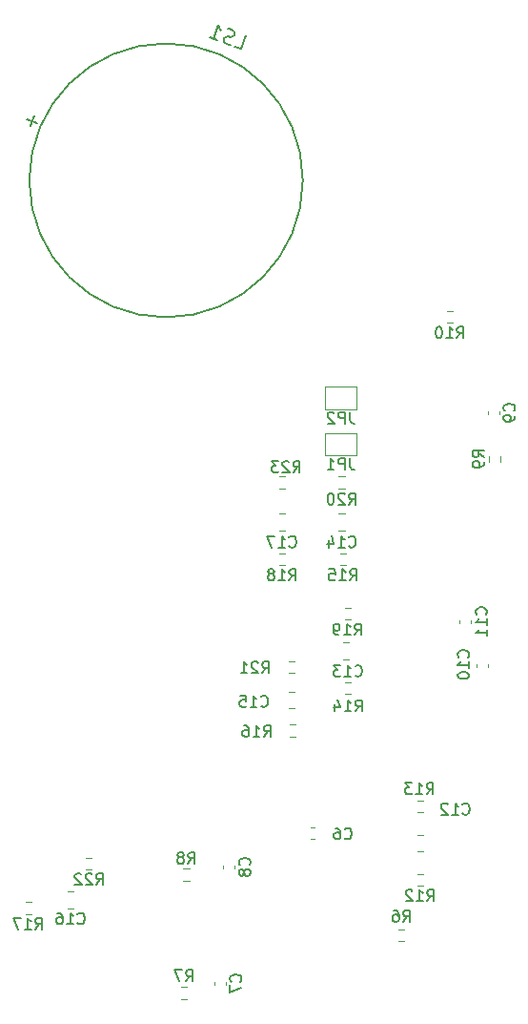
<source format=gbr>
%TF.GenerationSoftware,KiCad,Pcbnew,7.0.1*%
%TF.CreationDate,2023-05-22T07:14:15+09:00*%
%TF.ProjectId,THRControlModuleBoard,54485243-6f6e-4747-926f-6c4d6f64756c,rev?*%
%TF.SameCoordinates,Original*%
%TF.FileFunction,Legend,Bot*%
%TF.FilePolarity,Positive*%
%FSLAX46Y46*%
G04 Gerber Fmt 4.6, Leading zero omitted, Abs format (unit mm)*
G04 Created by KiCad (PCBNEW 7.0.1) date 2023-05-22 07:14:15*
%MOMM*%
%LPD*%
G01*
G04 APERTURE LIST*
%ADD10C,0.150000*%
%ADD11C,0.120000*%
%ADD12C,0.127000*%
G04 APERTURE END LIST*
D10*
%TO.C,C15*%
X141892857Y-105467380D02*
X141940476Y-105515000D01*
X141940476Y-105515000D02*
X142083333Y-105562619D01*
X142083333Y-105562619D02*
X142178571Y-105562619D01*
X142178571Y-105562619D02*
X142321428Y-105515000D01*
X142321428Y-105515000D02*
X142416666Y-105419761D01*
X142416666Y-105419761D02*
X142464285Y-105324523D01*
X142464285Y-105324523D02*
X142511904Y-105134047D01*
X142511904Y-105134047D02*
X142511904Y-104991190D01*
X142511904Y-104991190D02*
X142464285Y-104800714D01*
X142464285Y-104800714D02*
X142416666Y-104705476D01*
X142416666Y-104705476D02*
X142321428Y-104610238D01*
X142321428Y-104610238D02*
X142178571Y-104562619D01*
X142178571Y-104562619D02*
X142083333Y-104562619D01*
X142083333Y-104562619D02*
X141940476Y-104610238D01*
X141940476Y-104610238D02*
X141892857Y-104657857D01*
X140940476Y-105562619D02*
X141511904Y-105562619D01*
X141226190Y-105562619D02*
X141226190Y-104562619D01*
X141226190Y-104562619D02*
X141321428Y-104705476D01*
X141321428Y-104705476D02*
X141416666Y-104800714D01*
X141416666Y-104800714D02*
X141511904Y-104848333D01*
X140035714Y-104562619D02*
X140511904Y-104562619D01*
X140511904Y-104562619D02*
X140559523Y-105038809D01*
X140559523Y-105038809D02*
X140511904Y-104991190D01*
X140511904Y-104991190D02*
X140416666Y-104943571D01*
X140416666Y-104943571D02*
X140178571Y-104943571D01*
X140178571Y-104943571D02*
X140083333Y-104991190D01*
X140083333Y-104991190D02*
X140035714Y-105038809D01*
X140035714Y-105038809D02*
X139988095Y-105134047D01*
X139988095Y-105134047D02*
X139988095Y-105372142D01*
X139988095Y-105372142D02*
X140035714Y-105467380D01*
X140035714Y-105467380D02*
X140083333Y-105515000D01*
X140083333Y-105515000D02*
X140178571Y-105562619D01*
X140178571Y-105562619D02*
X140416666Y-105562619D01*
X140416666Y-105562619D02*
X140511904Y-105515000D01*
X140511904Y-105515000D02*
X140559523Y-105467380D01*
%TO.C,R9*%
X161682619Y-83383333D02*
X161206428Y-83050000D01*
X161682619Y-82811905D02*
X160682619Y-82811905D01*
X160682619Y-82811905D02*
X160682619Y-83192857D01*
X160682619Y-83192857D02*
X160730238Y-83288095D01*
X160730238Y-83288095D02*
X160777857Y-83335714D01*
X160777857Y-83335714D02*
X160873095Y-83383333D01*
X160873095Y-83383333D02*
X161015952Y-83383333D01*
X161015952Y-83383333D02*
X161111190Y-83335714D01*
X161111190Y-83335714D02*
X161158809Y-83288095D01*
X161158809Y-83288095D02*
X161206428Y-83192857D01*
X161206428Y-83192857D02*
X161206428Y-82811905D01*
X161682619Y-83859524D02*
X161682619Y-84050000D01*
X161682619Y-84050000D02*
X161635000Y-84145238D01*
X161635000Y-84145238D02*
X161587380Y-84192857D01*
X161587380Y-84192857D02*
X161444523Y-84288095D01*
X161444523Y-84288095D02*
X161254047Y-84335714D01*
X161254047Y-84335714D02*
X160873095Y-84335714D01*
X160873095Y-84335714D02*
X160777857Y-84288095D01*
X160777857Y-84288095D02*
X160730238Y-84240476D01*
X160730238Y-84240476D02*
X160682619Y-84145238D01*
X160682619Y-84145238D02*
X160682619Y-83954762D01*
X160682619Y-83954762D02*
X160730238Y-83859524D01*
X160730238Y-83859524D02*
X160777857Y-83811905D01*
X160777857Y-83811905D02*
X160873095Y-83764286D01*
X160873095Y-83764286D02*
X161111190Y-83764286D01*
X161111190Y-83764286D02*
X161206428Y-83811905D01*
X161206428Y-83811905D02*
X161254047Y-83859524D01*
X161254047Y-83859524D02*
X161301666Y-83954762D01*
X161301666Y-83954762D02*
X161301666Y-84145238D01*
X161301666Y-84145238D02*
X161254047Y-84240476D01*
X161254047Y-84240476D02*
X161206428Y-84288095D01*
X161206428Y-84288095D02*
X161111190Y-84335714D01*
%TO.C,JP1*%
X149783333Y-83512619D02*
X149783333Y-84226904D01*
X149783333Y-84226904D02*
X149830952Y-84369761D01*
X149830952Y-84369761D02*
X149926190Y-84465000D01*
X149926190Y-84465000D02*
X150069047Y-84512619D01*
X150069047Y-84512619D02*
X150164285Y-84512619D01*
X149307142Y-84512619D02*
X149307142Y-83512619D01*
X149307142Y-83512619D02*
X148926190Y-83512619D01*
X148926190Y-83512619D02*
X148830952Y-83560238D01*
X148830952Y-83560238D02*
X148783333Y-83607857D01*
X148783333Y-83607857D02*
X148735714Y-83703095D01*
X148735714Y-83703095D02*
X148735714Y-83845952D01*
X148735714Y-83845952D02*
X148783333Y-83941190D01*
X148783333Y-83941190D02*
X148830952Y-83988809D01*
X148830952Y-83988809D02*
X148926190Y-84036428D01*
X148926190Y-84036428D02*
X149307142Y-84036428D01*
X147783333Y-84512619D02*
X148354761Y-84512619D01*
X148069047Y-84512619D02*
X148069047Y-83512619D01*
X148069047Y-83512619D02*
X148164285Y-83655476D01*
X148164285Y-83655476D02*
X148259523Y-83750714D01*
X148259523Y-83750714D02*
X148354761Y-83798333D01*
%TO.C,C10*%
X160267380Y-101157142D02*
X160315000Y-101109523D01*
X160315000Y-101109523D02*
X160362619Y-100966666D01*
X160362619Y-100966666D02*
X160362619Y-100871428D01*
X160362619Y-100871428D02*
X160315000Y-100728571D01*
X160315000Y-100728571D02*
X160219761Y-100633333D01*
X160219761Y-100633333D02*
X160124523Y-100585714D01*
X160124523Y-100585714D02*
X159934047Y-100538095D01*
X159934047Y-100538095D02*
X159791190Y-100538095D01*
X159791190Y-100538095D02*
X159600714Y-100585714D01*
X159600714Y-100585714D02*
X159505476Y-100633333D01*
X159505476Y-100633333D02*
X159410238Y-100728571D01*
X159410238Y-100728571D02*
X159362619Y-100871428D01*
X159362619Y-100871428D02*
X159362619Y-100966666D01*
X159362619Y-100966666D02*
X159410238Y-101109523D01*
X159410238Y-101109523D02*
X159457857Y-101157142D01*
X160362619Y-102109523D02*
X160362619Y-101538095D01*
X160362619Y-101823809D02*
X159362619Y-101823809D01*
X159362619Y-101823809D02*
X159505476Y-101728571D01*
X159505476Y-101728571D02*
X159600714Y-101633333D01*
X159600714Y-101633333D02*
X159648333Y-101538095D01*
X159362619Y-102728571D02*
X159362619Y-102823809D01*
X159362619Y-102823809D02*
X159410238Y-102919047D01*
X159410238Y-102919047D02*
X159457857Y-102966666D01*
X159457857Y-102966666D02*
X159553095Y-103014285D01*
X159553095Y-103014285D02*
X159743571Y-103061904D01*
X159743571Y-103061904D02*
X159981666Y-103061904D01*
X159981666Y-103061904D02*
X160172142Y-103014285D01*
X160172142Y-103014285D02*
X160267380Y-102966666D01*
X160267380Y-102966666D02*
X160315000Y-102919047D01*
X160315000Y-102919047D02*
X160362619Y-102823809D01*
X160362619Y-102823809D02*
X160362619Y-102728571D01*
X160362619Y-102728571D02*
X160315000Y-102633333D01*
X160315000Y-102633333D02*
X160267380Y-102585714D01*
X160267380Y-102585714D02*
X160172142Y-102538095D01*
X160172142Y-102538095D02*
X159981666Y-102490476D01*
X159981666Y-102490476D02*
X159743571Y-102490476D01*
X159743571Y-102490476D02*
X159553095Y-102538095D01*
X159553095Y-102538095D02*
X159457857Y-102585714D01*
X159457857Y-102585714D02*
X159410238Y-102633333D01*
X159410238Y-102633333D02*
X159362619Y-102728571D01*
%TO.C,C13*%
X150242857Y-102767380D02*
X150290476Y-102815000D01*
X150290476Y-102815000D02*
X150433333Y-102862619D01*
X150433333Y-102862619D02*
X150528571Y-102862619D01*
X150528571Y-102862619D02*
X150671428Y-102815000D01*
X150671428Y-102815000D02*
X150766666Y-102719761D01*
X150766666Y-102719761D02*
X150814285Y-102624523D01*
X150814285Y-102624523D02*
X150861904Y-102434047D01*
X150861904Y-102434047D02*
X150861904Y-102291190D01*
X150861904Y-102291190D02*
X150814285Y-102100714D01*
X150814285Y-102100714D02*
X150766666Y-102005476D01*
X150766666Y-102005476D02*
X150671428Y-101910238D01*
X150671428Y-101910238D02*
X150528571Y-101862619D01*
X150528571Y-101862619D02*
X150433333Y-101862619D01*
X150433333Y-101862619D02*
X150290476Y-101910238D01*
X150290476Y-101910238D02*
X150242857Y-101957857D01*
X149290476Y-102862619D02*
X149861904Y-102862619D01*
X149576190Y-102862619D02*
X149576190Y-101862619D01*
X149576190Y-101862619D02*
X149671428Y-102005476D01*
X149671428Y-102005476D02*
X149766666Y-102100714D01*
X149766666Y-102100714D02*
X149861904Y-102148333D01*
X148957142Y-101862619D02*
X148338095Y-101862619D01*
X148338095Y-101862619D02*
X148671428Y-102243571D01*
X148671428Y-102243571D02*
X148528571Y-102243571D01*
X148528571Y-102243571D02*
X148433333Y-102291190D01*
X148433333Y-102291190D02*
X148385714Y-102338809D01*
X148385714Y-102338809D02*
X148338095Y-102434047D01*
X148338095Y-102434047D02*
X148338095Y-102672142D01*
X148338095Y-102672142D02*
X148385714Y-102767380D01*
X148385714Y-102767380D02*
X148433333Y-102815000D01*
X148433333Y-102815000D02*
X148528571Y-102862619D01*
X148528571Y-102862619D02*
X148814285Y-102862619D01*
X148814285Y-102862619D02*
X148909523Y-102815000D01*
X148909523Y-102815000D02*
X148957142Y-102767380D01*
%TO.C,R6*%
X154516666Y-124612619D02*
X154849999Y-124136428D01*
X155088094Y-124612619D02*
X155088094Y-123612619D01*
X155088094Y-123612619D02*
X154707142Y-123612619D01*
X154707142Y-123612619D02*
X154611904Y-123660238D01*
X154611904Y-123660238D02*
X154564285Y-123707857D01*
X154564285Y-123707857D02*
X154516666Y-123803095D01*
X154516666Y-123803095D02*
X154516666Y-123945952D01*
X154516666Y-123945952D02*
X154564285Y-124041190D01*
X154564285Y-124041190D02*
X154611904Y-124088809D01*
X154611904Y-124088809D02*
X154707142Y-124136428D01*
X154707142Y-124136428D02*
X155088094Y-124136428D01*
X153659523Y-123612619D02*
X153849999Y-123612619D01*
X153849999Y-123612619D02*
X153945237Y-123660238D01*
X153945237Y-123660238D02*
X153992856Y-123707857D01*
X153992856Y-123707857D02*
X154088094Y-123850714D01*
X154088094Y-123850714D02*
X154135713Y-124041190D01*
X154135713Y-124041190D02*
X154135713Y-124422142D01*
X154135713Y-124422142D02*
X154088094Y-124517380D01*
X154088094Y-124517380D02*
X154040475Y-124565000D01*
X154040475Y-124565000D02*
X153945237Y-124612619D01*
X153945237Y-124612619D02*
X153754761Y-124612619D01*
X153754761Y-124612619D02*
X153659523Y-124565000D01*
X153659523Y-124565000D02*
X153611904Y-124517380D01*
X153611904Y-124517380D02*
X153564285Y-124422142D01*
X153564285Y-124422142D02*
X153564285Y-124184047D01*
X153564285Y-124184047D02*
X153611904Y-124088809D01*
X153611904Y-124088809D02*
X153659523Y-124041190D01*
X153659523Y-124041190D02*
X153754761Y-123993571D01*
X153754761Y-123993571D02*
X153945237Y-123993571D01*
X153945237Y-123993571D02*
X154040475Y-124041190D01*
X154040475Y-124041190D02*
X154088094Y-124088809D01*
X154088094Y-124088809D02*
X154135713Y-124184047D01*
%TO.C,R18*%
X144392857Y-94342619D02*
X144726190Y-93866428D01*
X144964285Y-94342619D02*
X144964285Y-93342619D01*
X144964285Y-93342619D02*
X144583333Y-93342619D01*
X144583333Y-93342619D02*
X144488095Y-93390238D01*
X144488095Y-93390238D02*
X144440476Y-93437857D01*
X144440476Y-93437857D02*
X144392857Y-93533095D01*
X144392857Y-93533095D02*
X144392857Y-93675952D01*
X144392857Y-93675952D02*
X144440476Y-93771190D01*
X144440476Y-93771190D02*
X144488095Y-93818809D01*
X144488095Y-93818809D02*
X144583333Y-93866428D01*
X144583333Y-93866428D02*
X144964285Y-93866428D01*
X143440476Y-94342619D02*
X144011904Y-94342619D01*
X143726190Y-94342619D02*
X143726190Y-93342619D01*
X143726190Y-93342619D02*
X143821428Y-93485476D01*
X143821428Y-93485476D02*
X143916666Y-93580714D01*
X143916666Y-93580714D02*
X144011904Y-93628333D01*
X142869047Y-93771190D02*
X142964285Y-93723571D01*
X142964285Y-93723571D02*
X143011904Y-93675952D01*
X143011904Y-93675952D02*
X143059523Y-93580714D01*
X143059523Y-93580714D02*
X143059523Y-93533095D01*
X143059523Y-93533095D02*
X143011904Y-93437857D01*
X143011904Y-93437857D02*
X142964285Y-93390238D01*
X142964285Y-93390238D02*
X142869047Y-93342619D01*
X142869047Y-93342619D02*
X142678571Y-93342619D01*
X142678571Y-93342619D02*
X142583333Y-93390238D01*
X142583333Y-93390238D02*
X142535714Y-93437857D01*
X142535714Y-93437857D02*
X142488095Y-93533095D01*
X142488095Y-93533095D02*
X142488095Y-93580714D01*
X142488095Y-93580714D02*
X142535714Y-93675952D01*
X142535714Y-93675952D02*
X142583333Y-93723571D01*
X142583333Y-93723571D02*
X142678571Y-93771190D01*
X142678571Y-93771190D02*
X142869047Y-93771190D01*
X142869047Y-93771190D02*
X142964285Y-93818809D01*
X142964285Y-93818809D02*
X143011904Y-93866428D01*
X143011904Y-93866428D02*
X143059523Y-93961666D01*
X143059523Y-93961666D02*
X143059523Y-94152142D01*
X143059523Y-94152142D02*
X143011904Y-94247380D01*
X143011904Y-94247380D02*
X142964285Y-94295000D01*
X142964285Y-94295000D02*
X142869047Y-94342619D01*
X142869047Y-94342619D02*
X142678571Y-94342619D01*
X142678571Y-94342619D02*
X142583333Y-94295000D01*
X142583333Y-94295000D02*
X142535714Y-94247380D01*
X142535714Y-94247380D02*
X142488095Y-94152142D01*
X142488095Y-94152142D02*
X142488095Y-93961666D01*
X142488095Y-93961666D02*
X142535714Y-93866428D01*
X142535714Y-93866428D02*
X142583333Y-93818809D01*
X142583333Y-93818809D02*
X142678571Y-93771190D01*
%TO.C,R20*%
X149692857Y-87612619D02*
X150026190Y-87136428D01*
X150264285Y-87612619D02*
X150264285Y-86612619D01*
X150264285Y-86612619D02*
X149883333Y-86612619D01*
X149883333Y-86612619D02*
X149788095Y-86660238D01*
X149788095Y-86660238D02*
X149740476Y-86707857D01*
X149740476Y-86707857D02*
X149692857Y-86803095D01*
X149692857Y-86803095D02*
X149692857Y-86945952D01*
X149692857Y-86945952D02*
X149740476Y-87041190D01*
X149740476Y-87041190D02*
X149788095Y-87088809D01*
X149788095Y-87088809D02*
X149883333Y-87136428D01*
X149883333Y-87136428D02*
X150264285Y-87136428D01*
X149311904Y-86707857D02*
X149264285Y-86660238D01*
X149264285Y-86660238D02*
X149169047Y-86612619D01*
X149169047Y-86612619D02*
X148930952Y-86612619D01*
X148930952Y-86612619D02*
X148835714Y-86660238D01*
X148835714Y-86660238D02*
X148788095Y-86707857D01*
X148788095Y-86707857D02*
X148740476Y-86803095D01*
X148740476Y-86803095D02*
X148740476Y-86898333D01*
X148740476Y-86898333D02*
X148788095Y-87041190D01*
X148788095Y-87041190D02*
X149359523Y-87612619D01*
X149359523Y-87612619D02*
X148740476Y-87612619D01*
X148121428Y-86612619D02*
X148026190Y-86612619D01*
X148026190Y-86612619D02*
X147930952Y-86660238D01*
X147930952Y-86660238D02*
X147883333Y-86707857D01*
X147883333Y-86707857D02*
X147835714Y-86803095D01*
X147835714Y-86803095D02*
X147788095Y-86993571D01*
X147788095Y-86993571D02*
X147788095Y-87231666D01*
X147788095Y-87231666D02*
X147835714Y-87422142D01*
X147835714Y-87422142D02*
X147883333Y-87517380D01*
X147883333Y-87517380D02*
X147930952Y-87565000D01*
X147930952Y-87565000D02*
X148026190Y-87612619D01*
X148026190Y-87612619D02*
X148121428Y-87612619D01*
X148121428Y-87612619D02*
X148216666Y-87565000D01*
X148216666Y-87565000D02*
X148264285Y-87517380D01*
X148264285Y-87517380D02*
X148311904Y-87422142D01*
X148311904Y-87422142D02*
X148359523Y-87231666D01*
X148359523Y-87231666D02*
X148359523Y-86993571D01*
X148359523Y-86993571D02*
X148311904Y-86803095D01*
X148311904Y-86803095D02*
X148264285Y-86707857D01*
X148264285Y-86707857D02*
X148216666Y-86660238D01*
X148216666Y-86660238D02*
X148121428Y-86612619D01*
%TO.C,R16*%
X142142857Y-108212619D02*
X142476190Y-107736428D01*
X142714285Y-108212619D02*
X142714285Y-107212619D01*
X142714285Y-107212619D02*
X142333333Y-107212619D01*
X142333333Y-107212619D02*
X142238095Y-107260238D01*
X142238095Y-107260238D02*
X142190476Y-107307857D01*
X142190476Y-107307857D02*
X142142857Y-107403095D01*
X142142857Y-107403095D02*
X142142857Y-107545952D01*
X142142857Y-107545952D02*
X142190476Y-107641190D01*
X142190476Y-107641190D02*
X142238095Y-107688809D01*
X142238095Y-107688809D02*
X142333333Y-107736428D01*
X142333333Y-107736428D02*
X142714285Y-107736428D01*
X141190476Y-108212619D02*
X141761904Y-108212619D01*
X141476190Y-108212619D02*
X141476190Y-107212619D01*
X141476190Y-107212619D02*
X141571428Y-107355476D01*
X141571428Y-107355476D02*
X141666666Y-107450714D01*
X141666666Y-107450714D02*
X141761904Y-107498333D01*
X140333333Y-107212619D02*
X140523809Y-107212619D01*
X140523809Y-107212619D02*
X140619047Y-107260238D01*
X140619047Y-107260238D02*
X140666666Y-107307857D01*
X140666666Y-107307857D02*
X140761904Y-107450714D01*
X140761904Y-107450714D02*
X140809523Y-107641190D01*
X140809523Y-107641190D02*
X140809523Y-108022142D01*
X140809523Y-108022142D02*
X140761904Y-108117380D01*
X140761904Y-108117380D02*
X140714285Y-108165000D01*
X140714285Y-108165000D02*
X140619047Y-108212619D01*
X140619047Y-108212619D02*
X140428571Y-108212619D01*
X140428571Y-108212619D02*
X140333333Y-108165000D01*
X140333333Y-108165000D02*
X140285714Y-108117380D01*
X140285714Y-108117380D02*
X140238095Y-108022142D01*
X140238095Y-108022142D02*
X140238095Y-107784047D01*
X140238095Y-107784047D02*
X140285714Y-107688809D01*
X140285714Y-107688809D02*
X140333333Y-107641190D01*
X140333333Y-107641190D02*
X140428571Y-107593571D01*
X140428571Y-107593571D02*
X140619047Y-107593571D01*
X140619047Y-107593571D02*
X140714285Y-107641190D01*
X140714285Y-107641190D02*
X140761904Y-107688809D01*
X140761904Y-107688809D02*
X140809523Y-107784047D01*
%TO.C,R22*%
X127242857Y-121342619D02*
X127576190Y-120866428D01*
X127814285Y-121342619D02*
X127814285Y-120342619D01*
X127814285Y-120342619D02*
X127433333Y-120342619D01*
X127433333Y-120342619D02*
X127338095Y-120390238D01*
X127338095Y-120390238D02*
X127290476Y-120437857D01*
X127290476Y-120437857D02*
X127242857Y-120533095D01*
X127242857Y-120533095D02*
X127242857Y-120675952D01*
X127242857Y-120675952D02*
X127290476Y-120771190D01*
X127290476Y-120771190D02*
X127338095Y-120818809D01*
X127338095Y-120818809D02*
X127433333Y-120866428D01*
X127433333Y-120866428D02*
X127814285Y-120866428D01*
X126861904Y-120437857D02*
X126814285Y-120390238D01*
X126814285Y-120390238D02*
X126719047Y-120342619D01*
X126719047Y-120342619D02*
X126480952Y-120342619D01*
X126480952Y-120342619D02*
X126385714Y-120390238D01*
X126385714Y-120390238D02*
X126338095Y-120437857D01*
X126338095Y-120437857D02*
X126290476Y-120533095D01*
X126290476Y-120533095D02*
X126290476Y-120628333D01*
X126290476Y-120628333D02*
X126338095Y-120771190D01*
X126338095Y-120771190D02*
X126909523Y-121342619D01*
X126909523Y-121342619D02*
X126290476Y-121342619D01*
X125909523Y-120437857D02*
X125861904Y-120390238D01*
X125861904Y-120390238D02*
X125766666Y-120342619D01*
X125766666Y-120342619D02*
X125528571Y-120342619D01*
X125528571Y-120342619D02*
X125433333Y-120390238D01*
X125433333Y-120390238D02*
X125385714Y-120437857D01*
X125385714Y-120437857D02*
X125338095Y-120533095D01*
X125338095Y-120533095D02*
X125338095Y-120628333D01*
X125338095Y-120628333D02*
X125385714Y-120771190D01*
X125385714Y-120771190D02*
X125957142Y-121342619D01*
X125957142Y-121342619D02*
X125338095Y-121342619D01*
%TO.C,R12*%
X156642857Y-122792619D02*
X156976190Y-122316428D01*
X157214285Y-122792619D02*
X157214285Y-121792619D01*
X157214285Y-121792619D02*
X156833333Y-121792619D01*
X156833333Y-121792619D02*
X156738095Y-121840238D01*
X156738095Y-121840238D02*
X156690476Y-121887857D01*
X156690476Y-121887857D02*
X156642857Y-121983095D01*
X156642857Y-121983095D02*
X156642857Y-122125952D01*
X156642857Y-122125952D02*
X156690476Y-122221190D01*
X156690476Y-122221190D02*
X156738095Y-122268809D01*
X156738095Y-122268809D02*
X156833333Y-122316428D01*
X156833333Y-122316428D02*
X157214285Y-122316428D01*
X155690476Y-122792619D02*
X156261904Y-122792619D01*
X155976190Y-122792619D02*
X155976190Y-121792619D01*
X155976190Y-121792619D02*
X156071428Y-121935476D01*
X156071428Y-121935476D02*
X156166666Y-122030714D01*
X156166666Y-122030714D02*
X156261904Y-122078333D01*
X155309523Y-121887857D02*
X155261904Y-121840238D01*
X155261904Y-121840238D02*
X155166666Y-121792619D01*
X155166666Y-121792619D02*
X154928571Y-121792619D01*
X154928571Y-121792619D02*
X154833333Y-121840238D01*
X154833333Y-121840238D02*
X154785714Y-121887857D01*
X154785714Y-121887857D02*
X154738095Y-121983095D01*
X154738095Y-121983095D02*
X154738095Y-122078333D01*
X154738095Y-122078333D02*
X154785714Y-122221190D01*
X154785714Y-122221190D02*
X155357142Y-122792619D01*
X155357142Y-122792619D02*
X154738095Y-122792619D01*
%TO.C,R13*%
X156592857Y-113312619D02*
X156926190Y-112836428D01*
X157164285Y-113312619D02*
X157164285Y-112312619D01*
X157164285Y-112312619D02*
X156783333Y-112312619D01*
X156783333Y-112312619D02*
X156688095Y-112360238D01*
X156688095Y-112360238D02*
X156640476Y-112407857D01*
X156640476Y-112407857D02*
X156592857Y-112503095D01*
X156592857Y-112503095D02*
X156592857Y-112645952D01*
X156592857Y-112645952D02*
X156640476Y-112741190D01*
X156640476Y-112741190D02*
X156688095Y-112788809D01*
X156688095Y-112788809D02*
X156783333Y-112836428D01*
X156783333Y-112836428D02*
X157164285Y-112836428D01*
X155640476Y-113312619D02*
X156211904Y-113312619D01*
X155926190Y-113312619D02*
X155926190Y-112312619D01*
X155926190Y-112312619D02*
X156021428Y-112455476D01*
X156021428Y-112455476D02*
X156116666Y-112550714D01*
X156116666Y-112550714D02*
X156211904Y-112598333D01*
X155307142Y-112312619D02*
X154688095Y-112312619D01*
X154688095Y-112312619D02*
X155021428Y-112693571D01*
X155021428Y-112693571D02*
X154878571Y-112693571D01*
X154878571Y-112693571D02*
X154783333Y-112741190D01*
X154783333Y-112741190D02*
X154735714Y-112788809D01*
X154735714Y-112788809D02*
X154688095Y-112884047D01*
X154688095Y-112884047D02*
X154688095Y-113122142D01*
X154688095Y-113122142D02*
X154735714Y-113217380D01*
X154735714Y-113217380D02*
X154783333Y-113265000D01*
X154783333Y-113265000D02*
X154878571Y-113312619D01*
X154878571Y-113312619D02*
X155164285Y-113312619D01*
X155164285Y-113312619D02*
X155259523Y-113265000D01*
X155259523Y-113265000D02*
X155307142Y-113217380D01*
%TO.C,C9*%
X164347380Y-79283333D02*
X164395000Y-79235714D01*
X164395000Y-79235714D02*
X164442619Y-79092857D01*
X164442619Y-79092857D02*
X164442619Y-78997619D01*
X164442619Y-78997619D02*
X164395000Y-78854762D01*
X164395000Y-78854762D02*
X164299761Y-78759524D01*
X164299761Y-78759524D02*
X164204523Y-78711905D01*
X164204523Y-78711905D02*
X164014047Y-78664286D01*
X164014047Y-78664286D02*
X163871190Y-78664286D01*
X163871190Y-78664286D02*
X163680714Y-78711905D01*
X163680714Y-78711905D02*
X163585476Y-78759524D01*
X163585476Y-78759524D02*
X163490238Y-78854762D01*
X163490238Y-78854762D02*
X163442619Y-78997619D01*
X163442619Y-78997619D02*
X163442619Y-79092857D01*
X163442619Y-79092857D02*
X163490238Y-79235714D01*
X163490238Y-79235714D02*
X163537857Y-79283333D01*
X164442619Y-79759524D02*
X164442619Y-79950000D01*
X164442619Y-79950000D02*
X164395000Y-80045238D01*
X164395000Y-80045238D02*
X164347380Y-80092857D01*
X164347380Y-80092857D02*
X164204523Y-80188095D01*
X164204523Y-80188095D02*
X164014047Y-80235714D01*
X164014047Y-80235714D02*
X163633095Y-80235714D01*
X163633095Y-80235714D02*
X163537857Y-80188095D01*
X163537857Y-80188095D02*
X163490238Y-80140476D01*
X163490238Y-80140476D02*
X163442619Y-80045238D01*
X163442619Y-80045238D02*
X163442619Y-79854762D01*
X163442619Y-79854762D02*
X163490238Y-79759524D01*
X163490238Y-79759524D02*
X163537857Y-79711905D01*
X163537857Y-79711905D02*
X163633095Y-79664286D01*
X163633095Y-79664286D02*
X163871190Y-79664286D01*
X163871190Y-79664286D02*
X163966428Y-79711905D01*
X163966428Y-79711905D02*
X164014047Y-79759524D01*
X164014047Y-79759524D02*
X164061666Y-79854762D01*
X164061666Y-79854762D02*
X164061666Y-80045238D01*
X164061666Y-80045238D02*
X164014047Y-80140476D01*
X164014047Y-80140476D02*
X163966428Y-80188095D01*
X163966428Y-80188095D02*
X163871190Y-80235714D01*
%TO.C,C8*%
X140847380Y-119583333D02*
X140895000Y-119535714D01*
X140895000Y-119535714D02*
X140942619Y-119392857D01*
X140942619Y-119392857D02*
X140942619Y-119297619D01*
X140942619Y-119297619D02*
X140895000Y-119154762D01*
X140895000Y-119154762D02*
X140799761Y-119059524D01*
X140799761Y-119059524D02*
X140704523Y-119011905D01*
X140704523Y-119011905D02*
X140514047Y-118964286D01*
X140514047Y-118964286D02*
X140371190Y-118964286D01*
X140371190Y-118964286D02*
X140180714Y-119011905D01*
X140180714Y-119011905D02*
X140085476Y-119059524D01*
X140085476Y-119059524D02*
X139990238Y-119154762D01*
X139990238Y-119154762D02*
X139942619Y-119297619D01*
X139942619Y-119297619D02*
X139942619Y-119392857D01*
X139942619Y-119392857D02*
X139990238Y-119535714D01*
X139990238Y-119535714D02*
X140037857Y-119583333D01*
X140371190Y-120154762D02*
X140323571Y-120059524D01*
X140323571Y-120059524D02*
X140275952Y-120011905D01*
X140275952Y-120011905D02*
X140180714Y-119964286D01*
X140180714Y-119964286D02*
X140133095Y-119964286D01*
X140133095Y-119964286D02*
X140037857Y-120011905D01*
X140037857Y-120011905D02*
X139990238Y-120059524D01*
X139990238Y-120059524D02*
X139942619Y-120154762D01*
X139942619Y-120154762D02*
X139942619Y-120345238D01*
X139942619Y-120345238D02*
X139990238Y-120440476D01*
X139990238Y-120440476D02*
X140037857Y-120488095D01*
X140037857Y-120488095D02*
X140133095Y-120535714D01*
X140133095Y-120535714D02*
X140180714Y-120535714D01*
X140180714Y-120535714D02*
X140275952Y-120488095D01*
X140275952Y-120488095D02*
X140323571Y-120440476D01*
X140323571Y-120440476D02*
X140371190Y-120345238D01*
X140371190Y-120345238D02*
X140371190Y-120154762D01*
X140371190Y-120154762D02*
X140418809Y-120059524D01*
X140418809Y-120059524D02*
X140466428Y-120011905D01*
X140466428Y-120011905D02*
X140561666Y-119964286D01*
X140561666Y-119964286D02*
X140752142Y-119964286D01*
X140752142Y-119964286D02*
X140847380Y-120011905D01*
X140847380Y-120011905D02*
X140895000Y-120059524D01*
X140895000Y-120059524D02*
X140942619Y-120154762D01*
X140942619Y-120154762D02*
X140942619Y-120345238D01*
X140942619Y-120345238D02*
X140895000Y-120440476D01*
X140895000Y-120440476D02*
X140847380Y-120488095D01*
X140847380Y-120488095D02*
X140752142Y-120535714D01*
X140752142Y-120535714D02*
X140561666Y-120535714D01*
X140561666Y-120535714D02*
X140466428Y-120488095D01*
X140466428Y-120488095D02*
X140418809Y-120440476D01*
X140418809Y-120440476D02*
X140371190Y-120345238D01*
%TO.C,C11*%
X161867380Y-97357142D02*
X161915000Y-97309523D01*
X161915000Y-97309523D02*
X161962619Y-97166666D01*
X161962619Y-97166666D02*
X161962619Y-97071428D01*
X161962619Y-97071428D02*
X161915000Y-96928571D01*
X161915000Y-96928571D02*
X161819761Y-96833333D01*
X161819761Y-96833333D02*
X161724523Y-96785714D01*
X161724523Y-96785714D02*
X161534047Y-96738095D01*
X161534047Y-96738095D02*
X161391190Y-96738095D01*
X161391190Y-96738095D02*
X161200714Y-96785714D01*
X161200714Y-96785714D02*
X161105476Y-96833333D01*
X161105476Y-96833333D02*
X161010238Y-96928571D01*
X161010238Y-96928571D02*
X160962619Y-97071428D01*
X160962619Y-97071428D02*
X160962619Y-97166666D01*
X160962619Y-97166666D02*
X161010238Y-97309523D01*
X161010238Y-97309523D02*
X161057857Y-97357142D01*
X161962619Y-98309523D02*
X161962619Y-97738095D01*
X161962619Y-98023809D02*
X160962619Y-98023809D01*
X160962619Y-98023809D02*
X161105476Y-97928571D01*
X161105476Y-97928571D02*
X161200714Y-97833333D01*
X161200714Y-97833333D02*
X161248333Y-97738095D01*
X161962619Y-99261904D02*
X161962619Y-98690476D01*
X161962619Y-98976190D02*
X160962619Y-98976190D01*
X160962619Y-98976190D02*
X161105476Y-98880952D01*
X161105476Y-98880952D02*
X161200714Y-98785714D01*
X161200714Y-98785714D02*
X161248333Y-98690476D01*
%TO.C,C17*%
X144392857Y-91317380D02*
X144440476Y-91365000D01*
X144440476Y-91365000D02*
X144583333Y-91412619D01*
X144583333Y-91412619D02*
X144678571Y-91412619D01*
X144678571Y-91412619D02*
X144821428Y-91365000D01*
X144821428Y-91365000D02*
X144916666Y-91269761D01*
X144916666Y-91269761D02*
X144964285Y-91174523D01*
X144964285Y-91174523D02*
X145011904Y-90984047D01*
X145011904Y-90984047D02*
X145011904Y-90841190D01*
X145011904Y-90841190D02*
X144964285Y-90650714D01*
X144964285Y-90650714D02*
X144916666Y-90555476D01*
X144916666Y-90555476D02*
X144821428Y-90460238D01*
X144821428Y-90460238D02*
X144678571Y-90412619D01*
X144678571Y-90412619D02*
X144583333Y-90412619D01*
X144583333Y-90412619D02*
X144440476Y-90460238D01*
X144440476Y-90460238D02*
X144392857Y-90507857D01*
X143440476Y-91412619D02*
X144011904Y-91412619D01*
X143726190Y-91412619D02*
X143726190Y-90412619D01*
X143726190Y-90412619D02*
X143821428Y-90555476D01*
X143821428Y-90555476D02*
X143916666Y-90650714D01*
X143916666Y-90650714D02*
X144011904Y-90698333D01*
X143107142Y-90412619D02*
X142440476Y-90412619D01*
X142440476Y-90412619D02*
X142869047Y-91412619D01*
%TO.C,R10*%
X159292857Y-72842619D02*
X159626190Y-72366428D01*
X159864285Y-72842619D02*
X159864285Y-71842619D01*
X159864285Y-71842619D02*
X159483333Y-71842619D01*
X159483333Y-71842619D02*
X159388095Y-71890238D01*
X159388095Y-71890238D02*
X159340476Y-71937857D01*
X159340476Y-71937857D02*
X159292857Y-72033095D01*
X159292857Y-72033095D02*
X159292857Y-72175952D01*
X159292857Y-72175952D02*
X159340476Y-72271190D01*
X159340476Y-72271190D02*
X159388095Y-72318809D01*
X159388095Y-72318809D02*
X159483333Y-72366428D01*
X159483333Y-72366428D02*
X159864285Y-72366428D01*
X158340476Y-72842619D02*
X158911904Y-72842619D01*
X158626190Y-72842619D02*
X158626190Y-71842619D01*
X158626190Y-71842619D02*
X158721428Y-71985476D01*
X158721428Y-71985476D02*
X158816666Y-72080714D01*
X158816666Y-72080714D02*
X158911904Y-72128333D01*
X157721428Y-71842619D02*
X157626190Y-71842619D01*
X157626190Y-71842619D02*
X157530952Y-71890238D01*
X157530952Y-71890238D02*
X157483333Y-71937857D01*
X157483333Y-71937857D02*
X157435714Y-72033095D01*
X157435714Y-72033095D02*
X157388095Y-72223571D01*
X157388095Y-72223571D02*
X157388095Y-72461666D01*
X157388095Y-72461666D02*
X157435714Y-72652142D01*
X157435714Y-72652142D02*
X157483333Y-72747380D01*
X157483333Y-72747380D02*
X157530952Y-72795000D01*
X157530952Y-72795000D02*
X157626190Y-72842619D01*
X157626190Y-72842619D02*
X157721428Y-72842619D01*
X157721428Y-72842619D02*
X157816666Y-72795000D01*
X157816666Y-72795000D02*
X157864285Y-72747380D01*
X157864285Y-72747380D02*
X157911904Y-72652142D01*
X157911904Y-72652142D02*
X157959523Y-72461666D01*
X157959523Y-72461666D02*
X157959523Y-72223571D01*
X157959523Y-72223571D02*
X157911904Y-72033095D01*
X157911904Y-72033095D02*
X157864285Y-71937857D01*
X157864285Y-71937857D02*
X157816666Y-71890238D01*
X157816666Y-71890238D02*
X157721428Y-71842619D01*
%TO.C,R7*%
X135216666Y-129912619D02*
X135549999Y-129436428D01*
X135788094Y-129912619D02*
X135788094Y-128912619D01*
X135788094Y-128912619D02*
X135407142Y-128912619D01*
X135407142Y-128912619D02*
X135311904Y-128960238D01*
X135311904Y-128960238D02*
X135264285Y-129007857D01*
X135264285Y-129007857D02*
X135216666Y-129103095D01*
X135216666Y-129103095D02*
X135216666Y-129245952D01*
X135216666Y-129245952D02*
X135264285Y-129341190D01*
X135264285Y-129341190D02*
X135311904Y-129388809D01*
X135311904Y-129388809D02*
X135407142Y-129436428D01*
X135407142Y-129436428D02*
X135788094Y-129436428D01*
X134883332Y-128912619D02*
X134216666Y-128912619D01*
X134216666Y-128912619D02*
X134645237Y-129912619D01*
%TO.C,R15*%
X149792857Y-94342619D02*
X150126190Y-93866428D01*
X150364285Y-94342619D02*
X150364285Y-93342619D01*
X150364285Y-93342619D02*
X149983333Y-93342619D01*
X149983333Y-93342619D02*
X149888095Y-93390238D01*
X149888095Y-93390238D02*
X149840476Y-93437857D01*
X149840476Y-93437857D02*
X149792857Y-93533095D01*
X149792857Y-93533095D02*
X149792857Y-93675952D01*
X149792857Y-93675952D02*
X149840476Y-93771190D01*
X149840476Y-93771190D02*
X149888095Y-93818809D01*
X149888095Y-93818809D02*
X149983333Y-93866428D01*
X149983333Y-93866428D02*
X150364285Y-93866428D01*
X148840476Y-94342619D02*
X149411904Y-94342619D01*
X149126190Y-94342619D02*
X149126190Y-93342619D01*
X149126190Y-93342619D02*
X149221428Y-93485476D01*
X149221428Y-93485476D02*
X149316666Y-93580714D01*
X149316666Y-93580714D02*
X149411904Y-93628333D01*
X147935714Y-93342619D02*
X148411904Y-93342619D01*
X148411904Y-93342619D02*
X148459523Y-93818809D01*
X148459523Y-93818809D02*
X148411904Y-93771190D01*
X148411904Y-93771190D02*
X148316666Y-93723571D01*
X148316666Y-93723571D02*
X148078571Y-93723571D01*
X148078571Y-93723571D02*
X147983333Y-93771190D01*
X147983333Y-93771190D02*
X147935714Y-93818809D01*
X147935714Y-93818809D02*
X147888095Y-93914047D01*
X147888095Y-93914047D02*
X147888095Y-94152142D01*
X147888095Y-94152142D02*
X147935714Y-94247380D01*
X147935714Y-94247380D02*
X147983333Y-94295000D01*
X147983333Y-94295000D02*
X148078571Y-94342619D01*
X148078571Y-94342619D02*
X148316666Y-94342619D01*
X148316666Y-94342619D02*
X148411904Y-94295000D01*
X148411904Y-94295000D02*
X148459523Y-94247380D01*
%TO.C,R17*%
X121842857Y-125292619D02*
X122176190Y-124816428D01*
X122414285Y-125292619D02*
X122414285Y-124292619D01*
X122414285Y-124292619D02*
X122033333Y-124292619D01*
X122033333Y-124292619D02*
X121938095Y-124340238D01*
X121938095Y-124340238D02*
X121890476Y-124387857D01*
X121890476Y-124387857D02*
X121842857Y-124483095D01*
X121842857Y-124483095D02*
X121842857Y-124625952D01*
X121842857Y-124625952D02*
X121890476Y-124721190D01*
X121890476Y-124721190D02*
X121938095Y-124768809D01*
X121938095Y-124768809D02*
X122033333Y-124816428D01*
X122033333Y-124816428D02*
X122414285Y-124816428D01*
X120890476Y-125292619D02*
X121461904Y-125292619D01*
X121176190Y-125292619D02*
X121176190Y-124292619D01*
X121176190Y-124292619D02*
X121271428Y-124435476D01*
X121271428Y-124435476D02*
X121366666Y-124530714D01*
X121366666Y-124530714D02*
X121461904Y-124578333D01*
X120557142Y-124292619D02*
X119890476Y-124292619D01*
X119890476Y-124292619D02*
X120319047Y-125292619D01*
%TO.C,C14*%
X149692857Y-91317380D02*
X149740476Y-91365000D01*
X149740476Y-91365000D02*
X149883333Y-91412619D01*
X149883333Y-91412619D02*
X149978571Y-91412619D01*
X149978571Y-91412619D02*
X150121428Y-91365000D01*
X150121428Y-91365000D02*
X150216666Y-91269761D01*
X150216666Y-91269761D02*
X150264285Y-91174523D01*
X150264285Y-91174523D02*
X150311904Y-90984047D01*
X150311904Y-90984047D02*
X150311904Y-90841190D01*
X150311904Y-90841190D02*
X150264285Y-90650714D01*
X150264285Y-90650714D02*
X150216666Y-90555476D01*
X150216666Y-90555476D02*
X150121428Y-90460238D01*
X150121428Y-90460238D02*
X149978571Y-90412619D01*
X149978571Y-90412619D02*
X149883333Y-90412619D01*
X149883333Y-90412619D02*
X149740476Y-90460238D01*
X149740476Y-90460238D02*
X149692857Y-90507857D01*
X148740476Y-91412619D02*
X149311904Y-91412619D01*
X149026190Y-91412619D02*
X149026190Y-90412619D01*
X149026190Y-90412619D02*
X149121428Y-90555476D01*
X149121428Y-90555476D02*
X149216666Y-90650714D01*
X149216666Y-90650714D02*
X149311904Y-90698333D01*
X147883333Y-90745952D02*
X147883333Y-91412619D01*
X148121428Y-90365000D02*
X148359523Y-91079285D01*
X148359523Y-91079285D02*
X147740476Y-91079285D01*
%TO.C,C7*%
X140047380Y-129933333D02*
X140095000Y-129885714D01*
X140095000Y-129885714D02*
X140142619Y-129742857D01*
X140142619Y-129742857D02*
X140142619Y-129647619D01*
X140142619Y-129647619D02*
X140095000Y-129504762D01*
X140095000Y-129504762D02*
X139999761Y-129409524D01*
X139999761Y-129409524D02*
X139904523Y-129361905D01*
X139904523Y-129361905D02*
X139714047Y-129314286D01*
X139714047Y-129314286D02*
X139571190Y-129314286D01*
X139571190Y-129314286D02*
X139380714Y-129361905D01*
X139380714Y-129361905D02*
X139285476Y-129409524D01*
X139285476Y-129409524D02*
X139190238Y-129504762D01*
X139190238Y-129504762D02*
X139142619Y-129647619D01*
X139142619Y-129647619D02*
X139142619Y-129742857D01*
X139142619Y-129742857D02*
X139190238Y-129885714D01*
X139190238Y-129885714D02*
X139237857Y-129933333D01*
X139142619Y-130266667D02*
X139142619Y-130933333D01*
X139142619Y-130933333D02*
X140142619Y-130504762D01*
%TO.C,R14*%
X150262857Y-105962619D02*
X150596190Y-105486428D01*
X150834285Y-105962619D02*
X150834285Y-104962619D01*
X150834285Y-104962619D02*
X150453333Y-104962619D01*
X150453333Y-104962619D02*
X150358095Y-105010238D01*
X150358095Y-105010238D02*
X150310476Y-105057857D01*
X150310476Y-105057857D02*
X150262857Y-105153095D01*
X150262857Y-105153095D02*
X150262857Y-105295952D01*
X150262857Y-105295952D02*
X150310476Y-105391190D01*
X150310476Y-105391190D02*
X150358095Y-105438809D01*
X150358095Y-105438809D02*
X150453333Y-105486428D01*
X150453333Y-105486428D02*
X150834285Y-105486428D01*
X149310476Y-105962619D02*
X149881904Y-105962619D01*
X149596190Y-105962619D02*
X149596190Y-104962619D01*
X149596190Y-104962619D02*
X149691428Y-105105476D01*
X149691428Y-105105476D02*
X149786666Y-105200714D01*
X149786666Y-105200714D02*
X149881904Y-105248333D01*
X148453333Y-105295952D02*
X148453333Y-105962619D01*
X148691428Y-104915000D02*
X148929523Y-105629285D01*
X148929523Y-105629285D02*
X148310476Y-105629285D01*
%TO.C,C12*%
X159792857Y-115017380D02*
X159840476Y-115065000D01*
X159840476Y-115065000D02*
X159983333Y-115112619D01*
X159983333Y-115112619D02*
X160078571Y-115112619D01*
X160078571Y-115112619D02*
X160221428Y-115065000D01*
X160221428Y-115065000D02*
X160316666Y-114969761D01*
X160316666Y-114969761D02*
X160364285Y-114874523D01*
X160364285Y-114874523D02*
X160411904Y-114684047D01*
X160411904Y-114684047D02*
X160411904Y-114541190D01*
X160411904Y-114541190D02*
X160364285Y-114350714D01*
X160364285Y-114350714D02*
X160316666Y-114255476D01*
X160316666Y-114255476D02*
X160221428Y-114160238D01*
X160221428Y-114160238D02*
X160078571Y-114112619D01*
X160078571Y-114112619D02*
X159983333Y-114112619D01*
X159983333Y-114112619D02*
X159840476Y-114160238D01*
X159840476Y-114160238D02*
X159792857Y-114207857D01*
X158840476Y-115112619D02*
X159411904Y-115112619D01*
X159126190Y-115112619D02*
X159126190Y-114112619D01*
X159126190Y-114112619D02*
X159221428Y-114255476D01*
X159221428Y-114255476D02*
X159316666Y-114350714D01*
X159316666Y-114350714D02*
X159411904Y-114398333D01*
X158459523Y-114207857D02*
X158411904Y-114160238D01*
X158411904Y-114160238D02*
X158316666Y-114112619D01*
X158316666Y-114112619D02*
X158078571Y-114112619D01*
X158078571Y-114112619D02*
X157983333Y-114160238D01*
X157983333Y-114160238D02*
X157935714Y-114207857D01*
X157935714Y-114207857D02*
X157888095Y-114303095D01*
X157888095Y-114303095D02*
X157888095Y-114398333D01*
X157888095Y-114398333D02*
X157935714Y-114541190D01*
X157935714Y-114541190D02*
X158507142Y-115112619D01*
X158507142Y-115112619D02*
X157888095Y-115112619D01*
%TO.C,C16*%
X125592857Y-124747380D02*
X125640476Y-124795000D01*
X125640476Y-124795000D02*
X125783333Y-124842619D01*
X125783333Y-124842619D02*
X125878571Y-124842619D01*
X125878571Y-124842619D02*
X126021428Y-124795000D01*
X126021428Y-124795000D02*
X126116666Y-124699761D01*
X126116666Y-124699761D02*
X126164285Y-124604523D01*
X126164285Y-124604523D02*
X126211904Y-124414047D01*
X126211904Y-124414047D02*
X126211904Y-124271190D01*
X126211904Y-124271190D02*
X126164285Y-124080714D01*
X126164285Y-124080714D02*
X126116666Y-123985476D01*
X126116666Y-123985476D02*
X126021428Y-123890238D01*
X126021428Y-123890238D02*
X125878571Y-123842619D01*
X125878571Y-123842619D02*
X125783333Y-123842619D01*
X125783333Y-123842619D02*
X125640476Y-123890238D01*
X125640476Y-123890238D02*
X125592857Y-123937857D01*
X124640476Y-124842619D02*
X125211904Y-124842619D01*
X124926190Y-124842619D02*
X124926190Y-123842619D01*
X124926190Y-123842619D02*
X125021428Y-123985476D01*
X125021428Y-123985476D02*
X125116666Y-124080714D01*
X125116666Y-124080714D02*
X125211904Y-124128333D01*
X123783333Y-123842619D02*
X123973809Y-123842619D01*
X123973809Y-123842619D02*
X124069047Y-123890238D01*
X124069047Y-123890238D02*
X124116666Y-123937857D01*
X124116666Y-123937857D02*
X124211904Y-124080714D01*
X124211904Y-124080714D02*
X124259523Y-124271190D01*
X124259523Y-124271190D02*
X124259523Y-124652142D01*
X124259523Y-124652142D02*
X124211904Y-124747380D01*
X124211904Y-124747380D02*
X124164285Y-124795000D01*
X124164285Y-124795000D02*
X124069047Y-124842619D01*
X124069047Y-124842619D02*
X123878571Y-124842619D01*
X123878571Y-124842619D02*
X123783333Y-124795000D01*
X123783333Y-124795000D02*
X123735714Y-124747380D01*
X123735714Y-124747380D02*
X123688095Y-124652142D01*
X123688095Y-124652142D02*
X123688095Y-124414047D01*
X123688095Y-124414047D02*
X123735714Y-124318809D01*
X123735714Y-124318809D02*
X123783333Y-124271190D01*
X123783333Y-124271190D02*
X123878571Y-124223571D01*
X123878571Y-124223571D02*
X124069047Y-124223571D01*
X124069047Y-124223571D02*
X124164285Y-124271190D01*
X124164285Y-124271190D02*
X124211904Y-124318809D01*
X124211904Y-124318809D02*
X124259523Y-124414047D01*
%TO.C,R19*%
X150207857Y-99192619D02*
X150541190Y-98716428D01*
X150779285Y-99192619D02*
X150779285Y-98192619D01*
X150779285Y-98192619D02*
X150398333Y-98192619D01*
X150398333Y-98192619D02*
X150303095Y-98240238D01*
X150303095Y-98240238D02*
X150255476Y-98287857D01*
X150255476Y-98287857D02*
X150207857Y-98383095D01*
X150207857Y-98383095D02*
X150207857Y-98525952D01*
X150207857Y-98525952D02*
X150255476Y-98621190D01*
X150255476Y-98621190D02*
X150303095Y-98668809D01*
X150303095Y-98668809D02*
X150398333Y-98716428D01*
X150398333Y-98716428D02*
X150779285Y-98716428D01*
X149255476Y-99192619D02*
X149826904Y-99192619D01*
X149541190Y-99192619D02*
X149541190Y-98192619D01*
X149541190Y-98192619D02*
X149636428Y-98335476D01*
X149636428Y-98335476D02*
X149731666Y-98430714D01*
X149731666Y-98430714D02*
X149826904Y-98478333D01*
X148779285Y-99192619D02*
X148588809Y-99192619D01*
X148588809Y-99192619D02*
X148493571Y-99145000D01*
X148493571Y-99145000D02*
X148445952Y-99097380D01*
X148445952Y-99097380D02*
X148350714Y-98954523D01*
X148350714Y-98954523D02*
X148303095Y-98764047D01*
X148303095Y-98764047D02*
X148303095Y-98383095D01*
X148303095Y-98383095D02*
X148350714Y-98287857D01*
X148350714Y-98287857D02*
X148398333Y-98240238D01*
X148398333Y-98240238D02*
X148493571Y-98192619D01*
X148493571Y-98192619D02*
X148684047Y-98192619D01*
X148684047Y-98192619D02*
X148779285Y-98240238D01*
X148779285Y-98240238D02*
X148826904Y-98287857D01*
X148826904Y-98287857D02*
X148874523Y-98383095D01*
X148874523Y-98383095D02*
X148874523Y-98621190D01*
X148874523Y-98621190D02*
X148826904Y-98716428D01*
X148826904Y-98716428D02*
X148779285Y-98764047D01*
X148779285Y-98764047D02*
X148684047Y-98811666D01*
X148684047Y-98811666D02*
X148493571Y-98811666D01*
X148493571Y-98811666D02*
X148398333Y-98764047D01*
X148398333Y-98764047D02*
X148350714Y-98716428D01*
X148350714Y-98716428D02*
X148303095Y-98621190D01*
%TO.C,C6*%
X149316666Y-117217380D02*
X149364285Y-117265000D01*
X149364285Y-117265000D02*
X149507142Y-117312619D01*
X149507142Y-117312619D02*
X149602380Y-117312619D01*
X149602380Y-117312619D02*
X149745237Y-117265000D01*
X149745237Y-117265000D02*
X149840475Y-117169761D01*
X149840475Y-117169761D02*
X149888094Y-117074523D01*
X149888094Y-117074523D02*
X149935713Y-116884047D01*
X149935713Y-116884047D02*
X149935713Y-116741190D01*
X149935713Y-116741190D02*
X149888094Y-116550714D01*
X149888094Y-116550714D02*
X149840475Y-116455476D01*
X149840475Y-116455476D02*
X149745237Y-116360238D01*
X149745237Y-116360238D02*
X149602380Y-116312619D01*
X149602380Y-116312619D02*
X149507142Y-116312619D01*
X149507142Y-116312619D02*
X149364285Y-116360238D01*
X149364285Y-116360238D02*
X149316666Y-116407857D01*
X148459523Y-116312619D02*
X148649999Y-116312619D01*
X148649999Y-116312619D02*
X148745237Y-116360238D01*
X148745237Y-116360238D02*
X148792856Y-116407857D01*
X148792856Y-116407857D02*
X148888094Y-116550714D01*
X148888094Y-116550714D02*
X148935713Y-116741190D01*
X148935713Y-116741190D02*
X148935713Y-117122142D01*
X148935713Y-117122142D02*
X148888094Y-117217380D01*
X148888094Y-117217380D02*
X148840475Y-117265000D01*
X148840475Y-117265000D02*
X148745237Y-117312619D01*
X148745237Y-117312619D02*
X148554761Y-117312619D01*
X148554761Y-117312619D02*
X148459523Y-117265000D01*
X148459523Y-117265000D02*
X148411904Y-117217380D01*
X148411904Y-117217380D02*
X148364285Y-117122142D01*
X148364285Y-117122142D02*
X148364285Y-116884047D01*
X148364285Y-116884047D02*
X148411904Y-116788809D01*
X148411904Y-116788809D02*
X148459523Y-116741190D01*
X148459523Y-116741190D02*
X148554761Y-116693571D01*
X148554761Y-116693571D02*
X148745237Y-116693571D01*
X148745237Y-116693571D02*
X148840475Y-116741190D01*
X148840475Y-116741190D02*
X148888094Y-116788809D01*
X148888094Y-116788809D02*
X148935713Y-116884047D01*
%TO.C,JP2*%
X149783333Y-79412619D02*
X149783333Y-80126904D01*
X149783333Y-80126904D02*
X149830952Y-80269761D01*
X149830952Y-80269761D02*
X149926190Y-80365000D01*
X149926190Y-80365000D02*
X150069047Y-80412619D01*
X150069047Y-80412619D02*
X150164285Y-80412619D01*
X149307142Y-80412619D02*
X149307142Y-79412619D01*
X149307142Y-79412619D02*
X148926190Y-79412619D01*
X148926190Y-79412619D02*
X148830952Y-79460238D01*
X148830952Y-79460238D02*
X148783333Y-79507857D01*
X148783333Y-79507857D02*
X148735714Y-79603095D01*
X148735714Y-79603095D02*
X148735714Y-79745952D01*
X148735714Y-79745952D02*
X148783333Y-79841190D01*
X148783333Y-79841190D02*
X148830952Y-79888809D01*
X148830952Y-79888809D02*
X148926190Y-79936428D01*
X148926190Y-79936428D02*
X149307142Y-79936428D01*
X148354761Y-79507857D02*
X148307142Y-79460238D01*
X148307142Y-79460238D02*
X148211904Y-79412619D01*
X148211904Y-79412619D02*
X147973809Y-79412619D01*
X147973809Y-79412619D02*
X147878571Y-79460238D01*
X147878571Y-79460238D02*
X147830952Y-79507857D01*
X147830952Y-79507857D02*
X147783333Y-79603095D01*
X147783333Y-79603095D02*
X147783333Y-79698333D01*
X147783333Y-79698333D02*
X147830952Y-79841190D01*
X147830952Y-79841190D02*
X148402380Y-80412619D01*
X148402380Y-80412619D02*
X147783333Y-80412619D01*
%TO.C,R23*%
X144742857Y-84762619D02*
X145076190Y-84286428D01*
X145314285Y-84762619D02*
X145314285Y-83762619D01*
X145314285Y-83762619D02*
X144933333Y-83762619D01*
X144933333Y-83762619D02*
X144838095Y-83810238D01*
X144838095Y-83810238D02*
X144790476Y-83857857D01*
X144790476Y-83857857D02*
X144742857Y-83953095D01*
X144742857Y-83953095D02*
X144742857Y-84095952D01*
X144742857Y-84095952D02*
X144790476Y-84191190D01*
X144790476Y-84191190D02*
X144838095Y-84238809D01*
X144838095Y-84238809D02*
X144933333Y-84286428D01*
X144933333Y-84286428D02*
X145314285Y-84286428D01*
X144361904Y-83857857D02*
X144314285Y-83810238D01*
X144314285Y-83810238D02*
X144219047Y-83762619D01*
X144219047Y-83762619D02*
X143980952Y-83762619D01*
X143980952Y-83762619D02*
X143885714Y-83810238D01*
X143885714Y-83810238D02*
X143838095Y-83857857D01*
X143838095Y-83857857D02*
X143790476Y-83953095D01*
X143790476Y-83953095D02*
X143790476Y-84048333D01*
X143790476Y-84048333D02*
X143838095Y-84191190D01*
X143838095Y-84191190D02*
X144409523Y-84762619D01*
X144409523Y-84762619D02*
X143790476Y-84762619D01*
X143457142Y-83762619D02*
X142838095Y-83762619D01*
X142838095Y-83762619D02*
X143171428Y-84143571D01*
X143171428Y-84143571D02*
X143028571Y-84143571D01*
X143028571Y-84143571D02*
X142933333Y-84191190D01*
X142933333Y-84191190D02*
X142885714Y-84238809D01*
X142885714Y-84238809D02*
X142838095Y-84334047D01*
X142838095Y-84334047D02*
X142838095Y-84572142D01*
X142838095Y-84572142D02*
X142885714Y-84667380D01*
X142885714Y-84667380D02*
X142933333Y-84715000D01*
X142933333Y-84715000D02*
X143028571Y-84762619D01*
X143028571Y-84762619D02*
X143314285Y-84762619D01*
X143314285Y-84762619D02*
X143409523Y-84715000D01*
X143409523Y-84715000D02*
X143457142Y-84667380D01*
%TO.C,R21*%
X141992857Y-102562619D02*
X142326190Y-102086428D01*
X142564285Y-102562619D02*
X142564285Y-101562619D01*
X142564285Y-101562619D02*
X142183333Y-101562619D01*
X142183333Y-101562619D02*
X142088095Y-101610238D01*
X142088095Y-101610238D02*
X142040476Y-101657857D01*
X142040476Y-101657857D02*
X141992857Y-101753095D01*
X141992857Y-101753095D02*
X141992857Y-101895952D01*
X141992857Y-101895952D02*
X142040476Y-101991190D01*
X142040476Y-101991190D02*
X142088095Y-102038809D01*
X142088095Y-102038809D02*
X142183333Y-102086428D01*
X142183333Y-102086428D02*
X142564285Y-102086428D01*
X141611904Y-101657857D02*
X141564285Y-101610238D01*
X141564285Y-101610238D02*
X141469047Y-101562619D01*
X141469047Y-101562619D02*
X141230952Y-101562619D01*
X141230952Y-101562619D02*
X141135714Y-101610238D01*
X141135714Y-101610238D02*
X141088095Y-101657857D01*
X141088095Y-101657857D02*
X141040476Y-101753095D01*
X141040476Y-101753095D02*
X141040476Y-101848333D01*
X141040476Y-101848333D02*
X141088095Y-101991190D01*
X141088095Y-101991190D02*
X141659523Y-102562619D01*
X141659523Y-102562619D02*
X141040476Y-102562619D01*
X140088095Y-102562619D02*
X140659523Y-102562619D01*
X140373809Y-102562619D02*
X140373809Y-101562619D01*
X140373809Y-101562619D02*
X140469047Y-101705476D01*
X140469047Y-101705476D02*
X140564285Y-101800714D01*
X140564285Y-101800714D02*
X140659523Y-101848333D01*
%TO.C,R8*%
X135416666Y-119482619D02*
X135749999Y-119006428D01*
X135988094Y-119482619D02*
X135988094Y-118482619D01*
X135988094Y-118482619D02*
X135607142Y-118482619D01*
X135607142Y-118482619D02*
X135511904Y-118530238D01*
X135511904Y-118530238D02*
X135464285Y-118577857D01*
X135464285Y-118577857D02*
X135416666Y-118673095D01*
X135416666Y-118673095D02*
X135416666Y-118815952D01*
X135416666Y-118815952D02*
X135464285Y-118911190D01*
X135464285Y-118911190D02*
X135511904Y-118958809D01*
X135511904Y-118958809D02*
X135607142Y-119006428D01*
X135607142Y-119006428D02*
X135988094Y-119006428D01*
X134845237Y-118911190D02*
X134940475Y-118863571D01*
X134940475Y-118863571D02*
X134988094Y-118815952D01*
X134988094Y-118815952D02*
X135035713Y-118720714D01*
X135035713Y-118720714D02*
X135035713Y-118673095D01*
X135035713Y-118673095D02*
X134988094Y-118577857D01*
X134988094Y-118577857D02*
X134940475Y-118530238D01*
X134940475Y-118530238D02*
X134845237Y-118482619D01*
X134845237Y-118482619D02*
X134654761Y-118482619D01*
X134654761Y-118482619D02*
X134559523Y-118530238D01*
X134559523Y-118530238D02*
X134511904Y-118577857D01*
X134511904Y-118577857D02*
X134464285Y-118673095D01*
X134464285Y-118673095D02*
X134464285Y-118720714D01*
X134464285Y-118720714D02*
X134511904Y-118815952D01*
X134511904Y-118815952D02*
X134559523Y-118863571D01*
X134559523Y-118863571D02*
X134654761Y-118911190D01*
X134654761Y-118911190D02*
X134845237Y-118911190D01*
X134845237Y-118911190D02*
X134940475Y-118958809D01*
X134940475Y-118958809D02*
X134988094Y-119006428D01*
X134988094Y-119006428D02*
X135035713Y-119101666D01*
X135035713Y-119101666D02*
X135035713Y-119292142D01*
X135035713Y-119292142D02*
X134988094Y-119387380D01*
X134988094Y-119387380D02*
X134940475Y-119435000D01*
X134940475Y-119435000D02*
X134845237Y-119482619D01*
X134845237Y-119482619D02*
X134654761Y-119482619D01*
X134654761Y-119482619D02*
X134559523Y-119435000D01*
X134559523Y-119435000D02*
X134511904Y-119387380D01*
X134511904Y-119387380D02*
X134464285Y-119292142D01*
X134464285Y-119292142D02*
X134464285Y-119101666D01*
X134464285Y-119101666D02*
X134511904Y-119006428D01*
X134511904Y-119006428D02*
X134559523Y-118958809D01*
X134559523Y-118958809D02*
X134654761Y-118911190D01*
%TO.C,LS1*%
X139531692Y-46987098D02*
X140122356Y-47202082D01*
X140122356Y-47202082D02*
X140573823Y-45961688D01*
X139198793Y-46799041D02*
X139000095Y-46793612D01*
X139000095Y-46793612D02*
X138704763Y-46686120D01*
X138704763Y-46686120D02*
X138608129Y-46584057D01*
X138608129Y-46584057D02*
X138570561Y-46503492D01*
X138570561Y-46503492D02*
X138554491Y-46363861D01*
X138554491Y-46363861D02*
X138597488Y-46245728D01*
X138597488Y-46245728D02*
X138699551Y-46149094D01*
X138699551Y-46149094D02*
X138780116Y-46111526D01*
X138780116Y-46111526D02*
X138919747Y-46095456D01*
X138919747Y-46095456D02*
X139177511Y-46122384D01*
X139177511Y-46122384D02*
X139317142Y-46106314D01*
X139317142Y-46106314D02*
X139397707Y-46068746D01*
X139397707Y-46068746D02*
X139499770Y-45972112D01*
X139499770Y-45972112D02*
X139542767Y-45853979D01*
X139542767Y-45853979D02*
X139526698Y-45714348D01*
X139526698Y-45714348D02*
X139489130Y-45633783D01*
X139489130Y-45633783D02*
X139392495Y-45531720D01*
X139392495Y-45531720D02*
X139097163Y-45424228D01*
X139097163Y-45424228D02*
X138898466Y-45418799D01*
X137287170Y-46170158D02*
X137995966Y-46428139D01*
X137641568Y-46299149D02*
X138093035Y-45058755D01*
X138093035Y-45058755D02*
X138146672Y-45278951D01*
X138146672Y-45278951D02*
X138221808Y-45440080D01*
X138221808Y-45440080D02*
X138318442Y-45542143D01*
X122011677Y-53737332D02*
X121066615Y-53393357D01*
X121367159Y-54037876D02*
X121711133Y-53092813D01*
D11*
%TO.C,C15*%
X144861252Y-104215000D02*
X144338748Y-104215000D01*
X144861252Y-105685000D02*
X144338748Y-105685000D01*
%TO.C,R9*%
X162127500Y-83295276D02*
X162127500Y-83804724D01*
X163172500Y-83295276D02*
X163172500Y-83804724D01*
%TO.C,JP1*%
X150350000Y-83250000D02*
X150350000Y-81250000D01*
X150350000Y-81250000D02*
X147550000Y-81250000D01*
X147550000Y-83250000D02*
X150350000Y-83250000D01*
X147550000Y-81250000D02*
X147550000Y-83250000D01*
%TO.C,C10*%
X162010000Y-102046267D02*
X162010000Y-101753733D01*
X160990000Y-102046267D02*
X160990000Y-101753733D01*
%TO.C,C13*%
X149188748Y-101335000D02*
X149711252Y-101335000D01*
X149188748Y-99865000D02*
X149711252Y-99865000D01*
%TO.C,R6*%
X154095276Y-126372500D02*
X154604724Y-126372500D01*
X154095276Y-125327500D02*
X154604724Y-125327500D01*
%TO.C,R18*%
X143495276Y-92972500D02*
X144004724Y-92972500D01*
X143495276Y-91927500D02*
X144004724Y-91927500D01*
%TO.C,R20*%
X149304724Y-85127500D02*
X148795276Y-85127500D01*
X149304724Y-86172500D02*
X148795276Y-86172500D01*
%TO.C,R16*%
X144904724Y-107127500D02*
X144395276Y-107127500D01*
X144904724Y-108172500D02*
X144395276Y-108172500D01*
%TO.C,R22*%
X126345276Y-119972500D02*
X126854724Y-119972500D01*
X126345276Y-118927500D02*
X126854724Y-118927500D01*
%TO.C,R12*%
X155745276Y-121422500D02*
X156254724Y-121422500D01*
X155745276Y-120377500D02*
X156254724Y-120377500D01*
%TO.C,R13*%
X155745276Y-113877500D02*
X156254724Y-113877500D01*
X155745276Y-114922500D02*
X156254724Y-114922500D01*
%TO.C,C9*%
X163060000Y-79596267D02*
X163060000Y-79303733D01*
X162040000Y-79596267D02*
X162040000Y-79303733D01*
%TO.C,C8*%
X139560000Y-119896267D02*
X139560000Y-119603733D01*
X138540000Y-119896267D02*
X138540000Y-119603733D01*
%TO.C,C11*%
X159490000Y-97853733D02*
X159490000Y-98146267D01*
X160510000Y-97853733D02*
X160510000Y-98146267D01*
%TO.C,C17*%
X144011252Y-88415000D02*
X143488748Y-88415000D01*
X144011252Y-89885000D02*
X143488748Y-89885000D01*
%TO.C,R10*%
X158395276Y-71472500D02*
X158904724Y-71472500D01*
X158395276Y-70427500D02*
X158904724Y-70427500D01*
%TO.C,R7*%
X135304724Y-130427500D02*
X134795276Y-130427500D01*
X135304724Y-131472500D02*
X134795276Y-131472500D01*
%TO.C,R15*%
X148895276Y-92972500D02*
X149404724Y-92972500D01*
X148895276Y-91927500D02*
X149404724Y-91927500D01*
%TO.C,R17*%
X120945276Y-123922500D02*
X121454724Y-123922500D01*
X120945276Y-122877500D02*
X121454724Y-122877500D01*
%TO.C,C14*%
X149311252Y-88415000D02*
X148788748Y-88415000D01*
X149311252Y-89885000D02*
X148788748Y-89885000D01*
%TO.C,C7*%
X138760000Y-130246267D02*
X138760000Y-129953733D01*
X137740000Y-130246267D02*
X137740000Y-129953733D01*
%TO.C,R14*%
X149345276Y-104422500D02*
X149854724Y-104422500D01*
X149345276Y-103377500D02*
X149854724Y-103377500D01*
%TO.C,C12*%
X156311252Y-116915000D02*
X155788748Y-116915000D01*
X156311252Y-118385000D02*
X155788748Y-118385000D01*
%TO.C,C16*%
X124688748Y-123435000D02*
X125211252Y-123435000D01*
X124688748Y-121965000D02*
X125211252Y-121965000D01*
%TO.C,R19*%
X149310276Y-97822500D02*
X149819724Y-97822500D01*
X149310276Y-96777500D02*
X149819724Y-96777500D01*
%TO.C,C6*%
X146596267Y-116290000D02*
X146303733Y-116290000D01*
X146596267Y-117310000D02*
X146303733Y-117310000D01*
%TO.C,JP2*%
X150350000Y-79150000D02*
X150350000Y-77150000D01*
X150350000Y-77150000D02*
X147550000Y-77150000D01*
X147550000Y-79150000D02*
X150350000Y-79150000D01*
X147550000Y-77150000D02*
X147550000Y-79150000D01*
%TO.C,R23*%
X144004724Y-85127500D02*
X143495276Y-85127500D01*
X144004724Y-86172500D02*
X143495276Y-86172500D01*
%TO.C,R21*%
X144854724Y-101527500D02*
X144345276Y-101527500D01*
X144854724Y-102572500D02*
X144345276Y-102572500D01*
%TO.C,R8*%
X135504724Y-119927500D02*
X134995276Y-119927500D01*
X135504724Y-120972500D02*
X134995276Y-120972500D01*
D12*
%TO.C,LS1*%
X145600000Y-58850000D02*
G75*
G03*
X145600000Y-58850000I-12150000J0D01*
G01*
%TD*%
M02*

</source>
